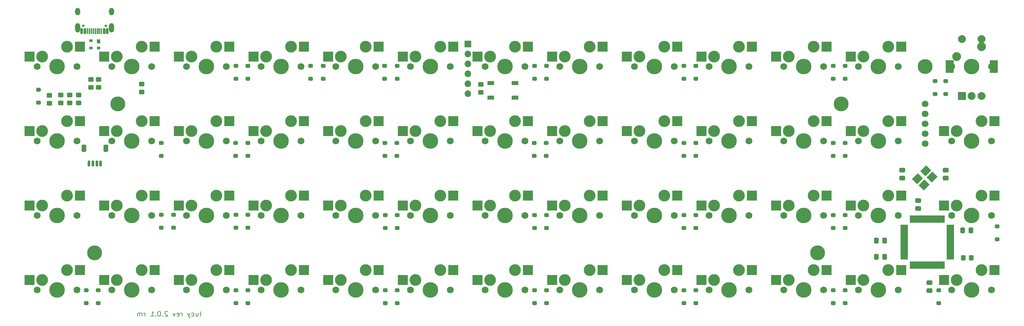
<source format=gbs>
G04 #@! TF.GenerationSoftware,KiCad,Pcbnew,(6.0.5-0)*
G04 #@! TF.CreationDate,2022-08-31T07:54:58-05:00*
G04 #@! TF.ProjectId,pcb,7063622e-6b69-4636-9164-5f7063625858,rev?*
G04 #@! TF.SameCoordinates,Original*
G04 #@! TF.FileFunction,Soldermask,Bot*
G04 #@! TF.FilePolarity,Negative*
%FSLAX46Y46*%
G04 Gerber Fmt 4.6, Leading zero omitted, Abs format (unit mm)*
G04 Created by KiCad (PCBNEW (6.0.5-0)) date 2022-08-31 07:54:58*
%MOMM*%
%LPD*%
G01*
G04 APERTURE LIST*
G04 Aperture macros list*
%AMRoundRect*
0 Rectangle with rounded corners*
0 $1 Rounding radius*
0 $2 $3 $4 $5 $6 $7 $8 $9 X,Y pos of 4 corners*
0 Add a 4 corners polygon primitive as box body*
4,1,4,$2,$3,$4,$5,$6,$7,$8,$9,$2,$3,0*
0 Add four circle primitives for the rounded corners*
1,1,$1+$1,$2,$3*
1,1,$1+$1,$4,$5*
1,1,$1+$1,$6,$7*
1,1,$1+$1,$8,$9*
0 Add four rect primitives between the rounded corners*
20,1,$1+$1,$2,$3,$4,$5,0*
20,1,$1+$1,$4,$5,$6,$7,0*
20,1,$1+$1,$6,$7,$8,$9,0*
20,1,$1+$1,$8,$9,$2,$3,0*%
%AMRotRect*
0 Rectangle, with rotation*
0 The origin of the aperture is its center*
0 $1 length*
0 $2 width*
0 $3 Rotation angle, in degrees counterclockwise*
0 Add horizontal line*
21,1,$1,$2,0,0,$3*%
G04 Aperture macros list end*
%ADD10C,0.200000*%
%ADD11C,3.000000*%
%ADD12C,1.750000*%
%ADD13C,3.987800*%
%ADD14R,2.550000X2.500000*%
%ADD15R,2.000000X2.000000*%
%ADD16C,2.000000*%
%ADD17R,2.000000X3.200000*%
%ADD18C,3.800000*%
%ADD19C,2.250000*%
%ADD20RoundRect,0.250000X-0.475000X0.337500X-0.475000X-0.337500X0.475000X-0.337500X0.475000X0.337500X0*%
%ADD21RoundRect,0.250000X0.350000X-0.250000X0.350000X0.250000X-0.350000X0.250000X-0.350000X-0.250000X0*%
%ADD22O,1.700000X1.700000*%
%ADD23R,1.700000X1.700000*%
%ADD24R,1.800000X1.100000*%
%ADD25RoundRect,0.200000X-0.750000X-0.250000X0.750000X-0.250000X0.750000X0.250000X-0.750000X0.250000X0*%
%ADD26RoundRect,0.200000X-0.250000X-0.750000X0.250000X-0.750000X0.250000X0.750000X-0.250000X0.750000X0*%
%ADD27RoundRect,0.250000X0.475000X-0.337500X0.475000X0.337500X-0.475000X0.337500X-0.475000X-0.337500X0*%
%ADD28RotRect,2.100000X1.800000X45.000000*%
%ADD29RoundRect,0.249999X0.450001X-0.325001X0.450001X0.325001X-0.450001X0.325001X-0.450001X-0.325001X0*%
%ADD30C,0.650000*%
%ADD31RoundRect,0.150000X-0.150000X-0.575000X0.150000X-0.575000X0.150000X0.575000X-0.150000X0.575000X0*%
%ADD32RoundRect,0.075000X-0.075000X-0.650000X0.075000X-0.650000X0.075000X0.650000X-0.075000X0.650000X0*%
%ADD33O,1.300000X2.400000*%
%ADD34O,1.300000X1.900000*%
%ADD35RoundRect,0.249999X-0.450001X0.325001X-0.450001X-0.325001X0.450001X-0.325001X0.450001X0.325001X0*%
%ADD36RoundRect,0.250000X-0.337500X-0.475000X0.337500X-0.475000X0.337500X0.475000X-0.337500X0.475000X0*%
%ADD37RoundRect,0.250000X0.337500X0.475000X-0.337500X0.475000X-0.337500X-0.475000X0.337500X-0.475000X0*%
%ADD38RoundRect,0.249999X0.325001X0.450001X-0.325001X0.450001X-0.325001X-0.450001X0.325001X-0.450001X0*%
%ADD39RoundRect,0.050000X-0.350000X0.500000X-0.350000X-0.500000X0.350000X-0.500000X0.350000X0.500000X0*%
%ADD40RoundRect,0.050000X-0.350000X0.300000X-0.350000X-0.300000X0.350000X-0.300000X0.350000X0.300000X0*%
%ADD41C,1.700000*%
%ADD42RoundRect,0.150000X-0.150000X-0.625000X0.150000X-0.625000X0.150000X0.625000X-0.150000X0.625000X0*%
%ADD43RoundRect,0.250000X-0.350000X-0.650000X0.350000X-0.650000X0.350000X0.650000X-0.350000X0.650000X0*%
G04 APERTURE END LIST*
D10*
X123340022Y-117065476D02*
X123459070Y-117005952D01*
X123518594Y-116886904D01*
X123518594Y-115815476D01*
X122328118Y-116232142D02*
X122328118Y-117065476D01*
X122863832Y-116232142D02*
X122863832Y-116886904D01*
X122804308Y-117005952D01*
X122685260Y-117065476D01*
X122506689Y-117065476D01*
X122387641Y-117005952D01*
X122328118Y-116946428D01*
X121197165Y-117005952D02*
X121316213Y-117065476D01*
X121554308Y-117065476D01*
X121673356Y-117005952D01*
X121732880Y-116946428D01*
X121792403Y-116827380D01*
X121792403Y-116470238D01*
X121732880Y-116351190D01*
X121673356Y-116291666D01*
X121554308Y-116232142D01*
X121316213Y-116232142D01*
X121197165Y-116291666D01*
X120780499Y-116232142D02*
X120482880Y-117065476D01*
X120185260Y-116232142D02*
X120482880Y-117065476D01*
X120601927Y-117363095D01*
X120661451Y-117422619D01*
X120780499Y-117482142D01*
X118756689Y-117065476D02*
X118756689Y-116232142D01*
X118756689Y-116470238D02*
X118697165Y-116351190D01*
X118637641Y-116291666D01*
X118518594Y-116232142D01*
X118399546Y-116232142D01*
X117506689Y-117005952D02*
X117625737Y-117065476D01*
X117863832Y-117065476D01*
X117982880Y-117005952D01*
X118042403Y-116886904D01*
X118042403Y-116410714D01*
X117982880Y-116291666D01*
X117863832Y-116232142D01*
X117625737Y-116232142D01*
X117506689Y-116291666D01*
X117447165Y-116410714D01*
X117447165Y-116529761D01*
X118042403Y-116648809D01*
X117030499Y-116232142D02*
X116732880Y-117065476D01*
X116435260Y-116232142D01*
X115066213Y-115934523D02*
X115006689Y-115875000D01*
X114887641Y-115815476D01*
X114590022Y-115815476D01*
X114470975Y-115875000D01*
X114411451Y-115934523D01*
X114351927Y-116053571D01*
X114351927Y-116172619D01*
X114411451Y-116351190D01*
X115125737Y-117065476D01*
X114351927Y-117065476D01*
X113816213Y-116946428D02*
X113756689Y-117005952D01*
X113816213Y-117065476D01*
X113875737Y-117005952D01*
X113816213Y-116946428D01*
X113816213Y-117065476D01*
X112982880Y-115815476D02*
X112863832Y-115815476D01*
X112744784Y-115875000D01*
X112685260Y-115934523D01*
X112625737Y-116053571D01*
X112566213Y-116291666D01*
X112566213Y-116589285D01*
X112625737Y-116827380D01*
X112685260Y-116946428D01*
X112744784Y-117005952D01*
X112863832Y-117065476D01*
X112982880Y-117065476D01*
X113101927Y-117005952D01*
X113161451Y-116946428D01*
X113220975Y-116827380D01*
X113280499Y-116589285D01*
X113280499Y-116291666D01*
X113220975Y-116053571D01*
X113161451Y-115934523D01*
X113101927Y-115875000D01*
X112982880Y-115815476D01*
X112030499Y-116946428D02*
X111970975Y-117005952D01*
X112030499Y-117065476D01*
X112090022Y-117005952D01*
X112030499Y-116946428D01*
X112030499Y-117065476D01*
X110780499Y-117065476D02*
X111494784Y-117065476D01*
X111137641Y-117065476D02*
X111137641Y-115815476D01*
X111256689Y-115994047D01*
X111375737Y-116113095D01*
X111494784Y-116172619D01*
X109292403Y-117065476D02*
X109292403Y-116232142D01*
X109292403Y-116470238D02*
X109232880Y-116351190D01*
X109173356Y-116291666D01*
X109054308Y-116232142D01*
X108935260Y-116232142D01*
X108518594Y-117065476D02*
X108518594Y-116232142D01*
X108518594Y-116351190D02*
X108459070Y-116291666D01*
X108340022Y-116232142D01*
X108161451Y-116232142D01*
X108042403Y-116291666D01*
X107982880Y-116410714D01*
X107982880Y-117065476D01*
X107982880Y-116410714D02*
X107923356Y-116291666D01*
X107804308Y-116232142D01*
X107625737Y-116232142D01*
X107506689Y-116291666D01*
X107447165Y-116410714D01*
X107447165Y-117065476D01*
D11*
X121180225Y-50653950D03*
D12*
X119910225Y-53193950D03*
D13*
X124990225Y-53193950D03*
D11*
X127530225Y-48113950D03*
D12*
X130070225Y-53193950D03*
D14*
X117905225Y-50653950D03*
X130832225Y-48113950D03*
D12*
X206270225Y-53193950D03*
D11*
X203730225Y-48113950D03*
X197380225Y-50653950D03*
D12*
X196110225Y-53193950D03*
D13*
X201190225Y-53193950D03*
D14*
X194105225Y-50653950D03*
X207032225Y-48113950D03*
D12*
X187220225Y-53193950D03*
D11*
X178330225Y-50653950D03*
X184680225Y-48113950D03*
D12*
X177060225Y-53193950D03*
D13*
X182140225Y-53193950D03*
D14*
X175055225Y-50653950D03*
X187982225Y-48113950D03*
D12*
X168170225Y-53193950D03*
D13*
X163090225Y-53193950D03*
D11*
X165630225Y-48113950D03*
X159280225Y-50653950D03*
D12*
X158010225Y-53193950D03*
D14*
X156005225Y-50653950D03*
X168932225Y-48113950D03*
D12*
X81810225Y-53193950D03*
D13*
X86890225Y-53193950D03*
D11*
X83080225Y-50653950D03*
X89430225Y-48113950D03*
D12*
X91970225Y-53193950D03*
D14*
X79805225Y-50653950D03*
X92732225Y-48113950D03*
D12*
X225320225Y-53193950D03*
D11*
X222780225Y-48113950D03*
D13*
X220240225Y-53193950D03*
D12*
X215160225Y-53193950D03*
D11*
X216430225Y-50653950D03*
D14*
X213155225Y-50653950D03*
X226082225Y-48113950D03*
D12*
X244370225Y-53193950D03*
D11*
X235480225Y-50653950D03*
X241830225Y-48113950D03*
D12*
X234210225Y-53193950D03*
D13*
X239290225Y-53193950D03*
D14*
X232205225Y-50653950D03*
X245132225Y-48113950D03*
D12*
X91970225Y-72243950D03*
D13*
X86890225Y-72243950D03*
D11*
X83080225Y-69703950D03*
D12*
X81810225Y-72243950D03*
D11*
X89430225Y-67163950D03*
D14*
X79805225Y-69703950D03*
X92732225Y-67163950D03*
D12*
X111020225Y-72243950D03*
D11*
X102130225Y-69703950D03*
D12*
X100860225Y-72243950D03*
D11*
X108480225Y-67163950D03*
D13*
X105940225Y-72243950D03*
D14*
X98855225Y-69703950D03*
X111782225Y-67163950D03*
D13*
X144045399Y-72243950D03*
D11*
X146585399Y-67163950D03*
D12*
X138965399Y-72243950D03*
X149125399Y-72243950D03*
D11*
X140235399Y-69703950D03*
D14*
X136960399Y-69703950D03*
X149887399Y-67163950D03*
D11*
X273580225Y-50653950D03*
D13*
X277390225Y-53193950D03*
D11*
X279930225Y-48113950D03*
D12*
X272310225Y-53193950D03*
X282470225Y-53193950D03*
D14*
X270305225Y-50653950D03*
X283232225Y-48113950D03*
D11*
X165630225Y-67163950D03*
X159280225Y-69703950D03*
D12*
X168170225Y-72243950D03*
X158010225Y-72243950D03*
D13*
X163090225Y-72243950D03*
D14*
X156005225Y-69703950D03*
X168932225Y-67163950D03*
D12*
X187220225Y-72243950D03*
D13*
X182140225Y-72243950D03*
D12*
X177060225Y-72243950D03*
D11*
X184680225Y-67163950D03*
X178330225Y-69703950D03*
D14*
X175055225Y-69703950D03*
X187982225Y-67163950D03*
D12*
X196110225Y-72243950D03*
D13*
X201190225Y-72243950D03*
D11*
X203730225Y-67163950D03*
D12*
X206270225Y-72243950D03*
D11*
X197380225Y-69703950D03*
D14*
X194105225Y-69703950D03*
X207032225Y-67163950D03*
D12*
X111020225Y-110343950D03*
D13*
X105940225Y-110343950D03*
D12*
X100860225Y-110343950D03*
D11*
X108480225Y-105263950D03*
X102130225Y-107803950D03*
D14*
X98855225Y-107803950D03*
X111782225Y-105263950D03*
D12*
X119910225Y-110343950D03*
D11*
X127530225Y-105263950D03*
D12*
X130070225Y-110343950D03*
D13*
X124990225Y-110343950D03*
D11*
X121180225Y-107803950D03*
D14*
X117905225Y-107803950D03*
X130832225Y-105263950D03*
D11*
X140230225Y-107803950D03*
X146580225Y-105263950D03*
D13*
X144040225Y-110343950D03*
D12*
X149120225Y-110343950D03*
X138960225Y-110343950D03*
D14*
X136955225Y-107803950D03*
X149882225Y-105263950D03*
D11*
X159280225Y-107803950D03*
D12*
X168170225Y-110343950D03*
D11*
X165630225Y-105263950D03*
D12*
X158010225Y-110343950D03*
D13*
X163090225Y-110343950D03*
D14*
X156005225Y-107803950D03*
X168932225Y-105263950D03*
D13*
X182140225Y-110343950D03*
D12*
X187220225Y-110343950D03*
D11*
X178330225Y-107803950D03*
X184680225Y-105263950D03*
D12*
X177060225Y-110343950D03*
D14*
X175055225Y-107803950D03*
X187982225Y-105263950D03*
D13*
X220240225Y-110343950D03*
D12*
X225320225Y-110343950D03*
D11*
X222780225Y-105263950D03*
D12*
X215160225Y-110343950D03*
D11*
X216430225Y-107803950D03*
D14*
X213155225Y-107803950D03*
X226082225Y-105263950D03*
D11*
X241830225Y-105263950D03*
X235480225Y-107803950D03*
D12*
X244370225Y-110343950D03*
X234210225Y-110343950D03*
D13*
X239290225Y-110343950D03*
D14*
X232205225Y-107803950D03*
X245132225Y-105263950D03*
D12*
X253260225Y-110343950D03*
D11*
X254530225Y-107803950D03*
X260880225Y-105263950D03*
D12*
X263420225Y-110343950D03*
D13*
X258340225Y-110343950D03*
D14*
X251255225Y-107803950D03*
X264182225Y-105263950D03*
D11*
X279930225Y-105263950D03*
D13*
X277390225Y-110343950D03*
D12*
X282470225Y-110343950D03*
X272310225Y-110343950D03*
D11*
X273580225Y-107803950D03*
D14*
X270305225Y-107803950D03*
X283232225Y-105263950D03*
D12*
X196110225Y-110343950D03*
X206270225Y-110343950D03*
D11*
X203730225Y-105263950D03*
D13*
X201190225Y-110343950D03*
D11*
X197380225Y-107803950D03*
D14*
X194105225Y-107803950D03*
X207032225Y-105263950D03*
D11*
X279930225Y-86213950D03*
D13*
X277390225Y-91293950D03*
D11*
X273580225Y-88753950D03*
D12*
X272310225Y-91293950D03*
X282470225Y-91293950D03*
D14*
X270305225Y-88753950D03*
X283232225Y-86213950D03*
D12*
X253260225Y-91293950D03*
D11*
X260880225Y-86213950D03*
D13*
X258340225Y-91293950D03*
D11*
X254530225Y-88753950D03*
D12*
X263420225Y-91293950D03*
D14*
X251255225Y-88753950D03*
X264182225Y-86213950D03*
D11*
X216430225Y-88753950D03*
D12*
X215160225Y-91293950D03*
D11*
X222780225Y-86213950D03*
D12*
X225320225Y-91293950D03*
D13*
X220240225Y-91293950D03*
D14*
X213155225Y-88753950D03*
X226082225Y-86213950D03*
D12*
X187220225Y-91293950D03*
X177060225Y-91293950D03*
D13*
X182140225Y-91293950D03*
D11*
X184680225Y-86213950D03*
X178330225Y-88753950D03*
D14*
X175055225Y-88753950D03*
X187982225Y-86213950D03*
D12*
X138960225Y-91293950D03*
D11*
X146580225Y-86213950D03*
D12*
X149120225Y-91293950D03*
D13*
X144040225Y-91293950D03*
D11*
X140230225Y-88753950D03*
D14*
X136955225Y-88753950D03*
X149882225Y-86213950D03*
D11*
X83080225Y-88753950D03*
X89430225Y-86213950D03*
D12*
X91970225Y-91293950D03*
X81810225Y-91293950D03*
D13*
X86890225Y-91293950D03*
D14*
X79805225Y-88753950D03*
X92732225Y-86213950D03*
D12*
X158010225Y-91293950D03*
D11*
X159280225Y-88753950D03*
X165630225Y-86213950D03*
D12*
X168170225Y-91293950D03*
D13*
X163090225Y-91293950D03*
D14*
X156005225Y-88753950D03*
X168932225Y-86213950D03*
D11*
X298980225Y-67163950D03*
D12*
X301520225Y-72243950D03*
D11*
X292630225Y-69703950D03*
D12*
X291360225Y-72243950D03*
D13*
X296440225Y-72243950D03*
D14*
X289355225Y-69703950D03*
X302282225Y-67163950D03*
D11*
X127530225Y-86213950D03*
D12*
X130070225Y-91293950D03*
D11*
X121180225Y-88753950D03*
D12*
X119910225Y-91293950D03*
D13*
X124990225Y-91293950D03*
D14*
X117905225Y-88753950D03*
X130832225Y-86213950D03*
D13*
X105940225Y-91293950D03*
D12*
X111020225Y-91293950D03*
D11*
X108480225Y-86213950D03*
X102130225Y-88753950D03*
D12*
X100860225Y-91293950D03*
D14*
X98855225Y-88753950D03*
X111782225Y-86213950D03*
D12*
X263420225Y-72243950D03*
D11*
X260880225Y-67163950D03*
D13*
X258340225Y-72243950D03*
D11*
X254530225Y-69703950D03*
D12*
X253260225Y-72243950D03*
D14*
X251255225Y-69703950D03*
X264182225Y-67163950D03*
D12*
X234210225Y-72243950D03*
D11*
X241830225Y-67163950D03*
D13*
X239290225Y-72243950D03*
D11*
X235480225Y-69703950D03*
D12*
X244370225Y-72243950D03*
D14*
X232205225Y-69703950D03*
X245132225Y-67163950D03*
D11*
X273580225Y-69703950D03*
D13*
X277390225Y-72243950D03*
D12*
X282470225Y-72243950D03*
D11*
X279930225Y-67163950D03*
D12*
X272310225Y-72243950D03*
D14*
X270305225Y-69703950D03*
X283232225Y-67163950D03*
D11*
X298980225Y-105263950D03*
D12*
X291360225Y-110343950D03*
D13*
X296440225Y-110343950D03*
D12*
X301520225Y-110343950D03*
D11*
X292630225Y-107803950D03*
D14*
X289355225Y-107803950D03*
X302282225Y-105263950D03*
D11*
X298980225Y-86213950D03*
X292630225Y-88753950D03*
D13*
X296440225Y-91293950D03*
D12*
X301520225Y-91293950D03*
X291360225Y-91293950D03*
D14*
X289355225Y-88753950D03*
X302282225Y-86213950D03*
D11*
X292630225Y-50653950D03*
D13*
X296440225Y-53193950D03*
D12*
X301520225Y-53193950D03*
X291360225Y-53193950D03*
D11*
X298980225Y-48113950D03*
D14*
X289355225Y-50653950D03*
X302282225Y-48113950D03*
D15*
X317752725Y-60693950D03*
D16*
X322752725Y-60693950D03*
X320252725Y-60693950D03*
D17*
X314652725Y-53193950D03*
X325852725Y-53193950D03*
D16*
X322752725Y-46193950D03*
X317752725Y-46193950D03*
D11*
X108480225Y-48113950D03*
X102130225Y-50653950D03*
D12*
X111020225Y-53193950D03*
X100860225Y-53193950D03*
D13*
X105940225Y-53193950D03*
D14*
X98855225Y-50653950D03*
X111782225Y-48113950D03*
D13*
X144040225Y-53193950D03*
D12*
X149120225Y-53193950D03*
D11*
X140230225Y-50653950D03*
D12*
X138960225Y-53193950D03*
D11*
X146580225Y-48113950D03*
D14*
X136955225Y-50653950D03*
X149882225Y-48113950D03*
D13*
X320252785Y-110344230D03*
D11*
X322792785Y-105264230D03*
D12*
X315172785Y-110344230D03*
X325332785Y-110344230D03*
D11*
X316442785Y-107804230D03*
D14*
X313167785Y-107804230D03*
X326094785Y-105264230D03*
D12*
X315172785Y-72244070D03*
D11*
X316442785Y-69704070D03*
X322792785Y-67164070D03*
D12*
X325332785Y-72244070D03*
D13*
X320252785Y-72244070D03*
D14*
X313167785Y-69704070D03*
X326094785Y-67164070D03*
D11*
X316442785Y-88754150D03*
X322792785Y-86214150D03*
D12*
X325332785Y-91294150D03*
D13*
X320252785Y-91294150D03*
D12*
X315172785Y-91294150D03*
D14*
X313167785Y-88754150D03*
X326094785Y-86214150D03*
D13*
X201190225Y-91293950D03*
D11*
X203730225Y-86213950D03*
D12*
X206270225Y-91293950D03*
X196110225Y-91293950D03*
D11*
X197380225Y-88753950D03*
D14*
X194105225Y-88753950D03*
X207032225Y-86213950D03*
D11*
X241830225Y-86213950D03*
D12*
X244370225Y-91293950D03*
D13*
X239290225Y-91293950D03*
D12*
X234210225Y-91293950D03*
D11*
X235480225Y-88753950D03*
D14*
X232205225Y-88753950D03*
X245132225Y-86213950D03*
D12*
X91970225Y-110343950D03*
D11*
X89430225Y-105263950D03*
D12*
X81810225Y-110343950D03*
D11*
X83080225Y-107803950D03*
D13*
X86890225Y-110343950D03*
D14*
X79805225Y-107803950D03*
X92732225Y-105263950D03*
D11*
X254530225Y-50653950D03*
X260880225Y-48113950D03*
D12*
X253260225Y-53193950D03*
D13*
X258340225Y-53193950D03*
D12*
X263420225Y-53193950D03*
D14*
X251255225Y-50653950D03*
X264182225Y-48113950D03*
D11*
X121180225Y-69703950D03*
X127530225Y-67163950D03*
D12*
X119910225Y-72243950D03*
D13*
X124990225Y-72243950D03*
D12*
X130070225Y-72243950D03*
D14*
X117905225Y-69703950D03*
X130832225Y-67163950D03*
D12*
X215160225Y-72243950D03*
D13*
X220240225Y-72243950D03*
D11*
X222780225Y-67163950D03*
D12*
X225320225Y-72243950D03*
D11*
X216430225Y-69703950D03*
D14*
X213155225Y-69703950D03*
X226082225Y-67163950D03*
D18*
X308346661Y-53193950D03*
X286915393Y-62718958D03*
X280962271Y-100818990D03*
X96415233Y-100818990D03*
X102368363Y-62718958D03*
D12*
X325332725Y-53193950D03*
D13*
X320252725Y-53193950D03*
D12*
X315172725Y-53193950D03*
D19*
X316442725Y-50653950D03*
X322792725Y-48113950D03*
D20*
X309490225Y-108456450D03*
X309490225Y-110531450D03*
D21*
X116590225Y-94443950D03*
X116590225Y-91143950D03*
X208590225Y-76043950D03*
X208590225Y-72743950D03*
X170490225Y-76043950D03*
X170490225Y-72743950D03*
X135581415Y-76043950D03*
X135581415Y-72743950D03*
X113490225Y-76043950D03*
X113490225Y-72743950D03*
X284890625Y-56306250D03*
X284890625Y-53006250D03*
X249881415Y-56306250D03*
X249881415Y-53006250D03*
X211781415Y-56306250D03*
X211781415Y-53006250D03*
X208681415Y-56306250D03*
X208681415Y-53006250D03*
X173651789Y-56333377D03*
X173651789Y-53033377D03*
X170476789Y-56333377D03*
X170476789Y-53033377D03*
X154751789Y-56306250D03*
X154751789Y-53006250D03*
X287990625Y-113750000D03*
X287990625Y-110450000D03*
X284890625Y-113750000D03*
X284890625Y-110450000D03*
X249890625Y-113713123D03*
X249890625Y-110413123D03*
X246790625Y-113706250D03*
X246790625Y-110406250D03*
X211783999Y-113706250D03*
X211783999Y-110406250D03*
X208700000Y-113706250D03*
X208700000Y-110406250D03*
X211790625Y-94506250D03*
X211790625Y-91206250D03*
X284890625Y-76043950D03*
X284890625Y-72743950D03*
X208690625Y-94506250D03*
X208690625Y-91206250D03*
X170585999Y-94506250D03*
X170585999Y-91206250D03*
X132490225Y-94443950D03*
X132490225Y-91143950D03*
X287990625Y-76043950D03*
X287990625Y-72743950D03*
X284890625Y-94506250D03*
X284890625Y-91206250D03*
X249890625Y-94506250D03*
X249890625Y-91206250D03*
X246790625Y-94506250D03*
X246790625Y-91206250D03*
X173690625Y-113706250D03*
X173690625Y-110406250D03*
X151576789Y-56306250D03*
X151576789Y-53006250D03*
X211690225Y-76043950D03*
X211690225Y-72743950D03*
D22*
X191665313Y-60143950D03*
X191665313Y-49983950D03*
X191665313Y-55063950D03*
X191665313Y-57603950D03*
X191665313Y-52523950D03*
D23*
X191665313Y-47443950D03*
D21*
X287990625Y-56306250D03*
X287990625Y-53006250D03*
X311790625Y-113750000D03*
X311790625Y-110450000D03*
X313590225Y-60243950D03*
X313590225Y-56943950D03*
X326690225Y-97343950D03*
X326690225Y-94043950D03*
D24*
X203690225Y-57443950D03*
X197490225Y-61143950D03*
X203690225Y-61143950D03*
X197490225Y-57443950D03*
D25*
X302990225Y-102093950D03*
X302990225Y-101293950D03*
X302990225Y-100493950D03*
X302990225Y-99693950D03*
X302990225Y-98893950D03*
X302990225Y-98093950D03*
X302990225Y-97293950D03*
X302990225Y-96493950D03*
X302990225Y-95693950D03*
X302990225Y-94893950D03*
X302990225Y-94093950D03*
D26*
X304890225Y-92193950D03*
X305690225Y-92193950D03*
X306490225Y-92193950D03*
X307290225Y-92193950D03*
X308090225Y-92193950D03*
X308890225Y-92193950D03*
X309690225Y-92193950D03*
X310490225Y-92193950D03*
X311290225Y-92193950D03*
X312090225Y-92193950D03*
X312890225Y-92193950D03*
D25*
X314790225Y-94093950D03*
X314790225Y-94893950D03*
X314790225Y-95693950D03*
X314790225Y-96493950D03*
X314790225Y-97293950D03*
X314790225Y-98093950D03*
X314790225Y-98893950D03*
X314790225Y-99693950D03*
X314790225Y-100493950D03*
X314790225Y-101293950D03*
X314790225Y-102093950D03*
D26*
X312890225Y-103993950D03*
X312090225Y-103993950D03*
X311290225Y-103993950D03*
X310490225Y-103993950D03*
X309690225Y-103993950D03*
X308890225Y-103993950D03*
X308090225Y-103993950D03*
X307290225Y-103993950D03*
X306490225Y-103993950D03*
X305690225Y-103993950D03*
X304890225Y-103993950D03*
D27*
X306590225Y-89531450D03*
X306590225Y-87456450D03*
X313590225Y-81731450D03*
X313590225Y-79656450D03*
X302490225Y-81731450D03*
X302490225Y-79656450D03*
D28*
X306451747Y-81906082D03*
X308502357Y-79855472D03*
X310128703Y-81481818D03*
X308078093Y-83532428D03*
D29*
X92390225Y-62518950D03*
X92390225Y-60468950D03*
D30*
X93525217Y-42765450D03*
X99305217Y-42765450D03*
D31*
X93165217Y-44091450D03*
X93965217Y-44091450D03*
D32*
X95165217Y-44091450D03*
X96161217Y-44091450D03*
X96665217Y-44091450D03*
X97665217Y-44091450D03*
D31*
X99665217Y-44091450D03*
X98865217Y-44091450D03*
D32*
X98165217Y-44091450D03*
X97165217Y-44091450D03*
X95665217Y-44091450D03*
X94665217Y-44091450D03*
D33*
X100715217Y-43316450D03*
D34*
X100715217Y-39116450D03*
X92115217Y-39116450D03*
D33*
X92115217Y-43316450D03*
D29*
X97490625Y-58518950D03*
X97490625Y-56468950D03*
X84940225Y-62568950D03*
X84940225Y-60518950D03*
D35*
X90090225Y-60468950D03*
X90090225Y-62518950D03*
D29*
X87790225Y-62518950D03*
X87790225Y-60468950D03*
D21*
X135590625Y-113706250D03*
X135590625Y-110406250D03*
X132490625Y-113713123D03*
X132490625Y-110413123D03*
D36*
X317952725Y-95093950D03*
X320027725Y-95093950D03*
D29*
X95490625Y-58518950D03*
X95490625Y-56468950D03*
D37*
X298027725Y-101893950D03*
X295952725Y-101893950D03*
X298027725Y-97693950D03*
X295952725Y-97693950D03*
D38*
X320115225Y-102093950D03*
X318065225Y-102093950D03*
D21*
X82090225Y-62443950D03*
X82090225Y-59143950D03*
X94290225Y-113743950D03*
X94290225Y-110443950D03*
X97390225Y-113743950D03*
X97390225Y-110443950D03*
X170590625Y-113706250D03*
X170590625Y-110406250D03*
X135590225Y-94443950D03*
X135590225Y-91143950D03*
X173650000Y-94506250D03*
X173650000Y-91206250D03*
X287990625Y-94506250D03*
X287990625Y-91206250D03*
X113490225Y-94443950D03*
X113490225Y-91143950D03*
X135581415Y-56306250D03*
X135581415Y-53006250D03*
X310890225Y-60243950D03*
X310890225Y-56943950D03*
X246781415Y-56306250D03*
X246781415Y-53006250D03*
X132490625Y-56299950D03*
X132490625Y-52999950D03*
D29*
X194990225Y-59818950D03*
X194990225Y-57768950D03*
D21*
X249881415Y-76043950D03*
X249881415Y-72743950D03*
X246781415Y-76043950D03*
X246781415Y-72743950D03*
X173590225Y-76043950D03*
X173590225Y-72743950D03*
X132431415Y-76043950D03*
X132431415Y-72743950D03*
D29*
X108465225Y-59693950D03*
X108465225Y-57643950D03*
D39*
X97490625Y-46743950D03*
D40*
X97490625Y-48443950D03*
X95490625Y-48443950D03*
X95490625Y-46543950D03*
D41*
X308390225Y-67843950D03*
X308390225Y-70383950D03*
X308390225Y-72923950D03*
X308390225Y-65303950D03*
X308390225Y-62763950D03*
D42*
X94990225Y-77993950D03*
X95990225Y-77993950D03*
X96990225Y-77993950D03*
X97990225Y-77993950D03*
D43*
X99290225Y-74118950D03*
X93690225Y-74118950D03*
M02*

</source>
